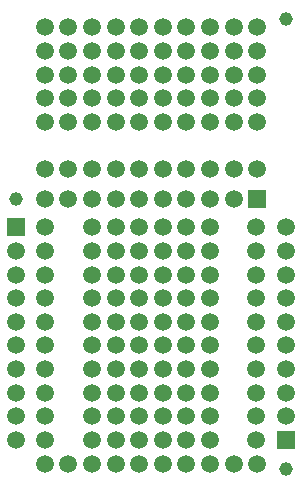
<source format=gts>
G75*
G70*
%OFA0B0*%
%FSLAX24Y24*%
%IPPOS*%
%LPD*%
%AMOC8*
5,1,8,0,0,1.08239X$1,22.5*
%
%ADD10C,0.0454*%
%ADD11R,0.0590X0.0590*%
%ADD12C,0.0590*%
D10*
X002123Y011385D03*
X011123Y017385D03*
X011123Y002385D03*
D11*
X011123Y003341D03*
X010166Y011385D03*
X002123Y010428D03*
D12*
X002123Y003341D03*
X002123Y004129D03*
X002123Y004916D03*
X002123Y005704D03*
X002123Y006491D03*
X002123Y007278D03*
X002123Y008066D03*
X002123Y008853D03*
X002123Y009641D03*
X003079Y009641D03*
X003079Y010428D03*
X003079Y011385D03*
X003079Y012369D03*
X003867Y012369D03*
X003867Y011385D03*
X004654Y011385D03*
X004654Y010428D03*
X004654Y009641D03*
X004654Y008853D03*
X004654Y008066D03*
X004654Y007278D03*
X004654Y006491D03*
X004654Y005704D03*
X004654Y004916D03*
X004654Y004129D03*
X004654Y003341D03*
X004654Y002554D03*
X003867Y002554D03*
X003079Y002554D03*
X003079Y003341D03*
X003079Y004129D03*
X003079Y004916D03*
X003079Y005704D03*
X003079Y006491D03*
X003079Y007278D03*
X003079Y008066D03*
X003079Y008853D03*
X004654Y012369D03*
X005442Y012369D03*
X005442Y011385D03*
X005442Y010428D03*
X005442Y009641D03*
X005442Y008853D03*
X005442Y008066D03*
X005442Y007278D03*
X005442Y006491D03*
X005442Y005704D03*
X005442Y004916D03*
X005442Y004129D03*
X005442Y003341D03*
X005442Y002554D03*
X006229Y002554D03*
X006229Y003341D03*
X006229Y004129D03*
X006229Y004916D03*
X006229Y005704D03*
X006229Y006491D03*
X006229Y007278D03*
X006229Y008066D03*
X006229Y008853D03*
X006229Y009641D03*
X006229Y010428D03*
X006229Y011385D03*
X006229Y012369D03*
X007016Y012369D03*
X007016Y011385D03*
X007016Y010428D03*
X007016Y009641D03*
X007016Y008853D03*
X007016Y008066D03*
X007016Y007278D03*
X007016Y006491D03*
X007016Y005704D03*
X007016Y004916D03*
X007016Y004129D03*
X007016Y003341D03*
X007016Y002554D03*
X007804Y002554D03*
X007804Y003341D03*
X007804Y004129D03*
X007804Y004916D03*
X007804Y005704D03*
X007804Y006491D03*
X007804Y007278D03*
X007804Y008066D03*
X007804Y008853D03*
X007804Y009641D03*
X007804Y010428D03*
X007804Y011385D03*
X007804Y012369D03*
X008591Y012369D03*
X008591Y011385D03*
X008591Y010428D03*
X008591Y009641D03*
X008591Y008853D03*
X008591Y008066D03*
X008591Y007278D03*
X008591Y006491D03*
X008591Y005704D03*
X008591Y004916D03*
X008591Y004129D03*
X008591Y003341D03*
X008591Y002554D03*
X009379Y002554D03*
X010123Y003341D03*
X010123Y004129D03*
X010123Y004916D03*
X010123Y005704D03*
X010123Y006491D03*
X010123Y007278D03*
X010123Y008066D03*
X010123Y008853D03*
X010123Y009641D03*
X010123Y010428D03*
X009379Y011385D03*
X009379Y012369D03*
X010166Y012369D03*
X010166Y013944D03*
X010166Y014731D03*
X010166Y015519D03*
X010166Y016306D03*
X010166Y017093D03*
X009379Y017093D03*
X009379Y016306D03*
X009379Y015519D03*
X009379Y014731D03*
X009379Y013944D03*
X008591Y013944D03*
X008591Y014731D03*
X008591Y015519D03*
X008591Y016306D03*
X008591Y017093D03*
X007804Y017093D03*
X007804Y016306D03*
X007804Y015519D03*
X007804Y014731D03*
X007804Y013944D03*
X007016Y013944D03*
X007016Y014731D03*
X007016Y015519D03*
X007016Y016306D03*
X007016Y017093D03*
X006229Y017093D03*
X006229Y016306D03*
X006229Y015519D03*
X006229Y014731D03*
X006229Y013944D03*
X005442Y013944D03*
X005442Y014731D03*
X005442Y015519D03*
X005442Y016306D03*
X005442Y017093D03*
X004654Y017093D03*
X004654Y016306D03*
X004654Y015519D03*
X004654Y014731D03*
X004654Y013944D03*
X003867Y013944D03*
X003867Y014731D03*
X003867Y015519D03*
X003867Y016306D03*
X003867Y017093D03*
X003079Y017093D03*
X003079Y016306D03*
X003079Y015519D03*
X003079Y014731D03*
X003079Y013944D03*
X010166Y002554D03*
X011123Y004129D03*
X011123Y004916D03*
X011123Y005704D03*
X011123Y006491D03*
X011123Y007278D03*
X011123Y008066D03*
X011123Y008853D03*
X011123Y009641D03*
X011123Y010428D03*
M02*

</source>
